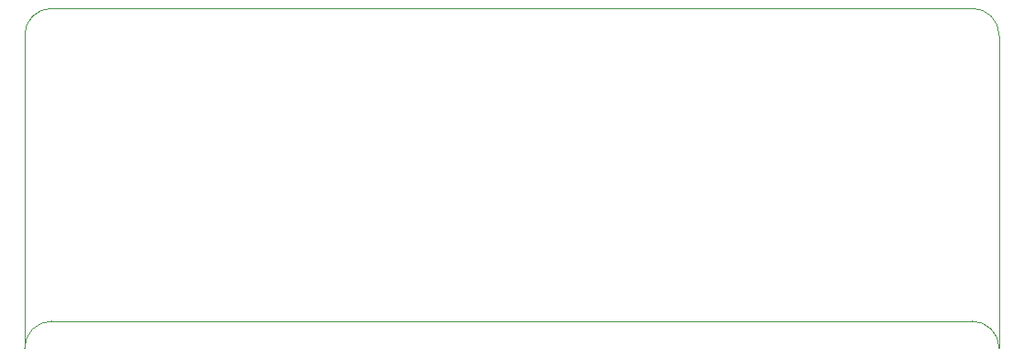
<source format=gbr>
%TF.GenerationSoftware,KiCad,Pcbnew,9.0.2*%
%TF.CreationDate,2025-07-25T11:54:52+02:00*%
%TF.ProjectId,LED_MATRIX,4c45445f-4d41-4545-9249-582e6b696361,rev?*%
%TF.SameCoordinates,Original*%
%TF.FileFunction,Profile,NP*%
%FSLAX46Y46*%
G04 Gerber Fmt 4.6, Leading zero omitted, Abs format (unit mm)*
G04 Created by KiCad (PCBNEW 9.0.2) date 2025-07-25 11:54:52*
%MOMM*%
%LPD*%
G01*
G04 APERTURE LIST*
%TA.AperFunction,Profile*%
%ADD10C,0.050000*%
%TD*%
G04 APERTURE END LIST*
D10*
X127500000Y-155210000D02*
G75*
G02*
X130000000Y-157710000I0J-2500000D01*
G01*
X40000000Y-128750320D02*
X40000000Y-157710000D01*
X40000000Y-128750320D02*
G75*
G02*
X42490155Y-126270130I2490120J-9950D01*
G01*
X42500000Y-155210000D02*
X127500000Y-155210000D01*
X127510048Y-126270000D02*
G75*
G02*
X130000012Y-128767688I-7748J-2497700D01*
G01*
X127510048Y-126270001D02*
X42490160Y-126270001D01*
X130000000Y-157710000D02*
X130000000Y-128775442D01*
X40000000Y-157710000D02*
G75*
G02*
X42500000Y-155210000I2500000J0D01*
G01*
M02*

</source>
